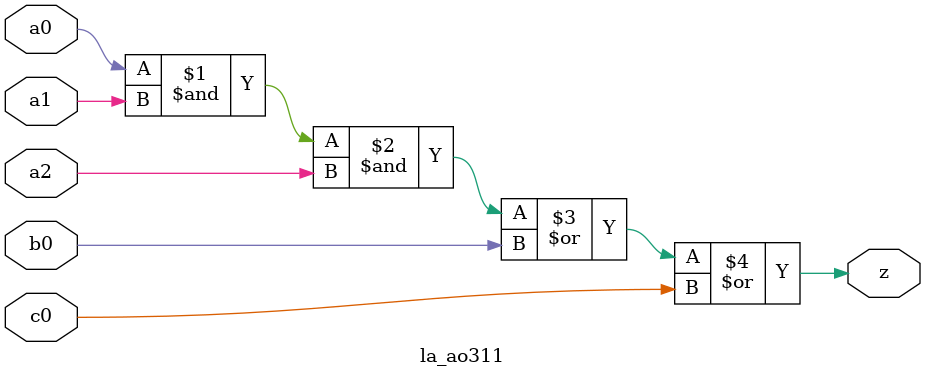
<source format=v>

module la_ao311 #(parameter PROP = "DEFAULT")  (
   input  a0,
   input  a1,
   input  a2,
   input  b0,
   input  c0,
   output z
   );

   assign z = (a0 & a1 & a2) | b0 | c0;

endmodule

</source>
